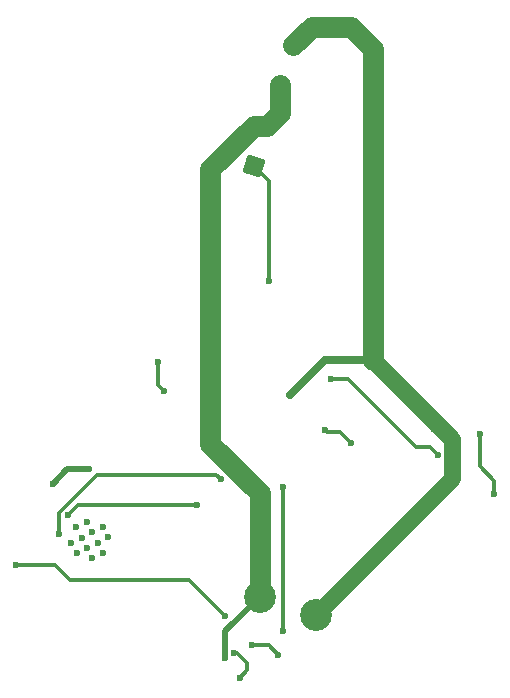
<source format=gbr>
%TF.GenerationSoftware,KiCad,Pcbnew,9.0.0*%
%TF.CreationDate,2025-08-14T13:48:36-07:00*%
%TF.ProjectId,pieceC,70696563-6543-42e6-9b69-6361645f7063,rev?*%
%TF.SameCoordinates,Original*%
%TF.FileFunction,Copper,L1,Top*%
%TF.FilePolarity,Positive*%
%FSLAX46Y46*%
G04 Gerber Fmt 4.6, Leading zero omitted, Abs format (unit mm)*
G04 Created by KiCad (PCBNEW 9.0.0) date 2025-08-14 13:48:36*
%MOMM*%
%LPD*%
G01*
G04 APERTURE LIST*
G04 Aperture macros list*
%AMRoundRect*
0 Rectangle with rounded corners*
0 $1 Rounding radius*
0 $2 $3 $4 $5 $6 $7 $8 $9 X,Y pos of 4 corners*
0 Add a 4 corners polygon primitive as box body*
4,1,4,$2,$3,$4,$5,$6,$7,$8,$9,$2,$3,0*
0 Add four circle primitives for the rounded corners*
1,1,$1+$1,$2,$3*
1,1,$1+$1,$4,$5*
1,1,$1+$1,$6,$7*
1,1,$1+$1,$8,$9*
0 Add four rect primitives between the rounded corners*
20,1,$1+$1,$2,$3,$4,$5,0*
20,1,$1+$1,$4,$5,$6,$7,0*
20,1,$1+$1,$6,$7,$8,$9,0*
20,1,$1+$1,$8,$9,$2,$3,0*%
G04 Aperture macros list end*
%TA.AperFunction,ComponentPad*%
%ADD10RoundRect,0.250000X0.353122X-0.693040X0.693040X0.353122X-0.353122X0.693040X-0.693040X-0.353122X0*%
%TD*%
%TA.AperFunction,ComponentPad*%
%ADD11C,1.600000*%
%TD*%
%TA.AperFunction,HeatsinkPad*%
%ADD12C,0.600000*%
%TD*%
%TA.AperFunction,ComponentPad*%
%ADD13C,2.700000*%
%TD*%
%TA.AperFunction,ViaPad*%
%ADD14C,0.600000*%
%TD*%
%TA.AperFunction,Conductor*%
%ADD15C,0.300000*%
%TD*%
%TA.AperFunction,Conductor*%
%ADD16C,1.400000*%
%TD*%
%TA.AperFunction,Conductor*%
%ADD17C,0.700000*%
%TD*%
%TA.AperFunction,Conductor*%
%ADD18C,1.800000*%
%TD*%
%TA.AperFunction,Conductor*%
%ADD19C,0.500000*%
%TD*%
G04 APERTURE END LIST*
D10*
%TO.P,J1,1,Pin_1*%
%TO.N,Net-(J1-Pin_1)*%
X57073800Y-66141600D03*
D11*
%TO.P,J1,2,Pin_2*%
%TO.N,GND*%
X58186261Y-62717797D03*
%TO.P,J1,3,Pin_3*%
X59298722Y-59293993D03*
%TO.P,J1,4,Pin_4*%
%TO.N,+12V*%
X60411184Y-55870189D03*
%TD*%
D12*
%TO.P,U4,39,GND*%
%TO.N,GND*%
X42051417Y-96711624D03*
X41618793Y-98043103D03*
X42933467Y-96262196D03*
X42500845Y-97593676D03*
X42068221Y-98925155D03*
X43359120Y-97136522D03*
X42926496Y-98468002D03*
X44264948Y-96694820D03*
X43832324Y-98026299D03*
X43399700Y-99357778D03*
X44714375Y-97576872D03*
X44281751Y-98908351D03*
%TD*%
D13*
%TO.P,U5,P$1,+*%
%TO.N,+12V*%
X62306200Y-104140000D03*
%TO.P,U5,P$2,-*%
%TO.N,GND*%
X57550918Y-102594916D03*
%TD*%
D14*
%TO.N,GND*%
X54610000Y-107797600D03*
X58186261Y-62717797D03*
%TO.N,Net-(U1-VOUT)*%
X65278000Y-89560400D03*
X54279800Y-92659200D03*
X40614600Y-97307400D03*
X63127559Y-88502159D03*
%TO.N,+12V*%
X72313800Y-88392000D03*
X60121800Y-85521800D03*
%TO.N,Net-(U2-VOUT)*%
X59565420Y-93342580D03*
X63601600Y-84175600D03*
X72644000Y-90601800D03*
X76193800Y-88798400D03*
X77444600Y-93878400D03*
X59563000Y-105486200D03*
%TO.N,Net-(J1-Pin_1)*%
X58369200Y-75895200D03*
%TO.N,Net-(U3-A)*%
X40055800Y-93040200D03*
X43129200Y-91821000D03*
%TO.N,Net-(U4-IO4)*%
X52247800Y-94869000D03*
X41333162Y-95686115D03*
%TO.N,Net-(U4-EN)*%
X54635400Y-104216200D03*
X36906200Y-99872800D03*
%TO.N,Net-(U4-RXD0{slash}IO3)*%
X56946800Y-106705400D03*
X59146320Y-107533320D03*
%TO.N,Net-(U4-IO15)*%
X49504600Y-85191600D03*
X48971200Y-82727800D03*
%TO.N,Net-(U4-TXD0{slash}IO1)*%
X55360000Y-107360585D03*
X55889631Y-109464369D03*
%TD*%
D15*
%TO.N,Net-(U2-VOUT)*%
X76193800Y-91535400D02*
X76193800Y-88798400D01*
X77444600Y-92786200D02*
X76193800Y-91535400D01*
X77444600Y-93878400D02*
X77444600Y-92786200D01*
D16*
%TO.N,+12V*%
X73888600Y-92557600D02*
X62306200Y-104140000D01*
X73888600Y-89255600D02*
X73888600Y-92557600D01*
X67183000Y-82550000D02*
X73888600Y-89255600D01*
D17*
X63093600Y-82550000D02*
X67183000Y-82550000D01*
X60121800Y-85521800D02*
X63093600Y-82550000D01*
D15*
%TO.N,Net-(U2-VOUT)*%
X65024000Y-84175600D02*
X63601600Y-84175600D01*
X70789800Y-89941400D02*
X65024000Y-84175600D01*
X71983600Y-89941400D02*
X70789800Y-89941400D01*
X72644000Y-90601800D02*
X71983600Y-89941400D01*
D18*
%TO.N,GND*%
X57550918Y-93825447D02*
X57550918Y-102594916D01*
X59298722Y-61605336D02*
X58186261Y-62717797D01*
X53390800Y-87096600D02*
X53390800Y-89665329D01*
X53390800Y-66381888D02*
X53390800Y-87096600D01*
D19*
X54610000Y-105535834D02*
X54610000Y-107797600D01*
D18*
X57054891Y-62717797D02*
X53390800Y-66381888D01*
X53390800Y-89665329D02*
X57550918Y-93825447D01*
D19*
X57550918Y-102594916D02*
X54610000Y-105535834D01*
D18*
X59298722Y-59293993D02*
X59298722Y-61605336D01*
X58186261Y-62717797D02*
X57054891Y-62717797D01*
D15*
%TO.N,Net-(U1-VOUT)*%
X54279800Y-92659200D02*
X53898800Y-92278200D01*
X43815000Y-92278200D02*
X40614600Y-95478600D01*
X63296800Y-88671400D02*
X64389000Y-88671400D01*
X40614600Y-95478600D02*
X40614600Y-97307400D01*
X53898800Y-92278200D02*
X43815000Y-92278200D01*
X63127559Y-88502159D02*
X63296800Y-88671400D01*
X64389000Y-88671400D02*
X65278000Y-89560400D01*
D18*
%TO.N,+12V*%
X65328800Y-54330600D02*
X67183000Y-56184800D01*
D17*
X60411184Y-55387416D02*
X60411184Y-55870189D01*
D18*
X67183000Y-56184800D02*
X67183000Y-82550000D01*
D16*
X67125000Y-82492000D02*
X67183000Y-82550000D01*
D18*
X61950773Y-54330600D02*
X65328800Y-54330600D01*
X60411184Y-55870189D02*
X61950773Y-54330600D01*
D15*
%TO.N,Net-(U2-VOUT)*%
X59565420Y-93342580D02*
X59563000Y-93345000D01*
X59563000Y-93345000D02*
X59563000Y-105486200D01*
%TO.N,Net-(J1-Pin_1)*%
X58369200Y-67437000D02*
X57073800Y-66141600D01*
X58369200Y-75895200D02*
X58369200Y-67437000D01*
D19*
%TO.N,Net-(U3-A)*%
X43129200Y-91821000D02*
X41275000Y-91821000D01*
X41275000Y-91821000D02*
X40055800Y-93040200D01*
D15*
%TO.N,Net-(U4-IO4)*%
X41333162Y-95686115D02*
X42150277Y-94869000D01*
X42150277Y-94869000D02*
X52247800Y-94869000D01*
%TO.N,Net-(U4-EN)*%
X41529000Y-101193600D02*
X51612800Y-101193600D01*
X40208200Y-99872800D02*
X41529000Y-101193600D01*
X51612800Y-101193600D02*
X54635400Y-104216200D01*
X36906200Y-99872800D02*
X40208200Y-99872800D01*
%TO.N,Net-(U4-RXD0{slash}IO3)*%
X58318400Y-106705400D02*
X59146320Y-107533320D01*
X56946800Y-106705400D02*
X58318400Y-106705400D01*
%TO.N,Net-(U4-IO15)*%
X48971200Y-84658200D02*
X49504600Y-85191600D01*
X48971200Y-82727800D02*
X48971200Y-84658200D01*
%TO.N,Net-(U4-TXD0{slash}IO1)*%
X55685210Y-107360585D02*
X56509571Y-108184946D01*
X56509571Y-108844429D02*
X55889631Y-109464369D01*
X56509571Y-108184946D02*
X56509571Y-108844429D01*
X55360000Y-107360585D02*
X55685210Y-107360585D01*
%TD*%
M02*

</source>
